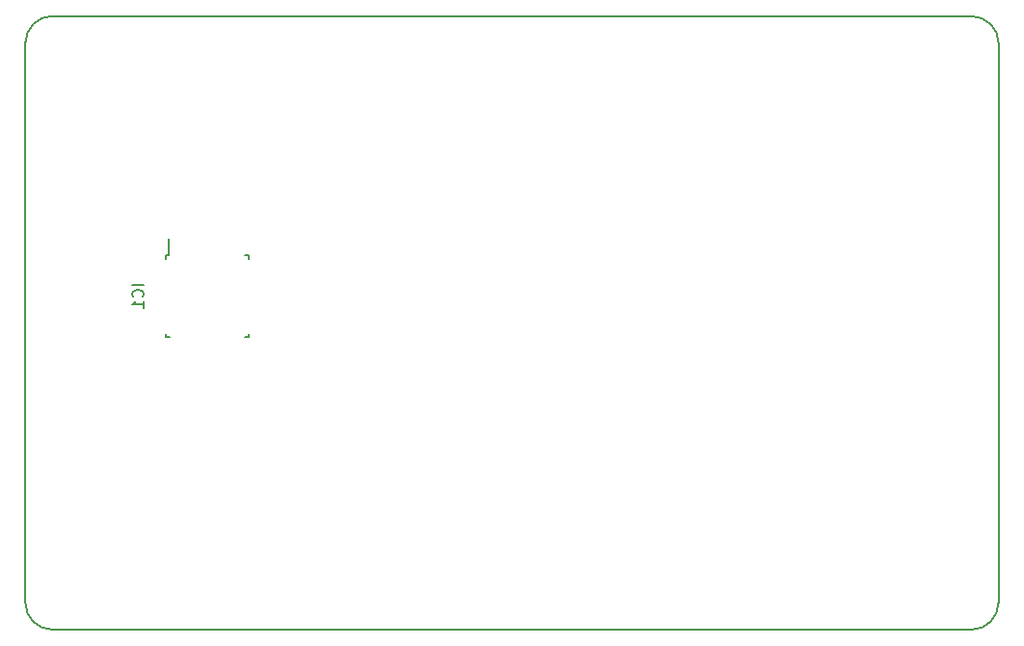
<source format=gbr>
%TF.GenerationSoftware,KiCad,Pcbnew,4.0.2+dfsg1-stable*%
%TF.CreationDate,2018-05-09T16:15:41+02:00*%
%TF.ProjectId,carte_7816,63617274655F373831362E6B69636164,rev?*%
%TF.FileFunction,Legend,Bot*%
%FSLAX46Y46*%
G04 Gerber Fmt 4.6, Leading zero omitted, Abs format (unit mm)*
G04 Created by KiCad (PCBNEW 4.0.2+dfsg1-stable) date mer. 09 mai 2018 16:15:41 CEST*
%MOMM*%
G01*
G04 APERTURE LIST*
%ADD10C,0.100000*%
%ADD11C,0.150000*%
G04 APERTURE END LIST*
D10*
D11*
X85471000Y51562000D02*
X85471000Y2413000D01*
X2413000Y0D02*
X83058000Y0D01*
X0Y51562000D02*
X0Y2413000D01*
X83058000Y53975000D02*
X2413000Y53975000D01*
X83058000Y0D02*
G75*
G03X85471000Y2413000I0J2413000D01*
G01*
X0Y2413000D02*
G75*
G03X2413000Y0I2413000J0D01*
G01*
X2413000Y53975000D02*
G75*
G03X0Y51562000I0J-2413000D01*
G01*
X85471000Y51562000D02*
G75*
G03X83058000Y53975000I-2413000J0D01*
G01*
X12377000Y32962000D02*
X12602000Y32962000D01*
X12377000Y25712000D02*
X12702000Y25712000D01*
X19627000Y25712000D02*
X19302000Y25712000D01*
X19627000Y32962000D02*
X19302000Y32962000D01*
X12377000Y32962000D02*
X12377000Y32637000D01*
X19627000Y32962000D02*
X19627000Y32637000D01*
X19627000Y25712000D02*
X19627000Y26037000D01*
X12377000Y25712000D02*
X12377000Y26037000D01*
X12602000Y32962000D02*
X12602000Y34387000D01*
X10404381Y30313190D02*
X9404381Y30313190D01*
X10309143Y29265571D02*
X10356762Y29313190D01*
X10404381Y29456047D01*
X10404381Y29551285D01*
X10356762Y29694143D01*
X10261524Y29789381D01*
X10166286Y29837000D01*
X9975810Y29884619D01*
X9832952Y29884619D01*
X9642476Y29837000D01*
X9547238Y29789381D01*
X9452000Y29694143D01*
X9404381Y29551285D01*
X9404381Y29456047D01*
X9452000Y29313190D01*
X9499619Y29265571D01*
X10404381Y28313190D02*
X10404381Y28884619D01*
X10404381Y28598905D02*
X9404381Y28598905D01*
X9547238Y28694143D01*
X9642476Y28789381D01*
X9690095Y28884619D01*
M02*

</source>
